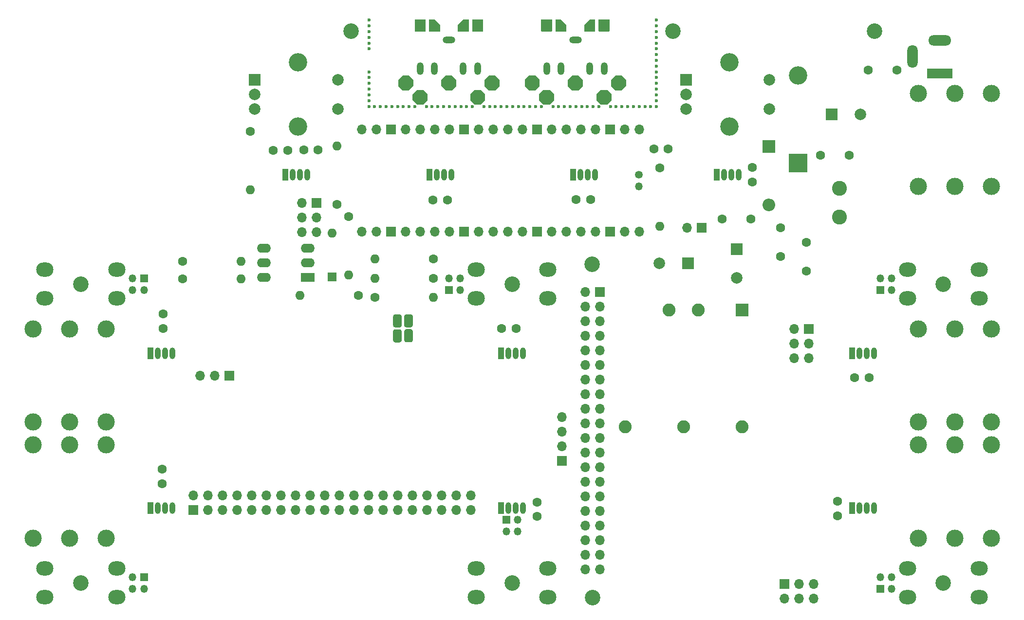
<source format=gbs>
G04 #@! TF.GenerationSoftware,KiCad,Pcbnew,7.0.5.1-1-g8f565ef7f0-dirty-deb11*
G04 #@! TF.CreationDate,2023-06-09T15:10:17+00:00*
G04 #@! TF.ProjectId,pedalboard-hw,70656461-6c62-46f6-9172-642d68772e6b,2.0.0*
G04 #@! TF.SameCoordinates,Original*
G04 #@! TF.FileFunction,Soldermask,Bot*
G04 #@! TF.FilePolarity,Negative*
%FSLAX46Y46*%
G04 Gerber Fmt 4.6, Leading zero omitted, Abs format (unit mm)*
G04 Created by KiCad (PCBNEW 7.0.5.1-1-g8f565ef7f0-dirty-deb11) date 2023-06-09 15:10:17*
%MOMM*%
%LPD*%
G01*
G04 APERTURE LIST*
%ADD10C,1.600000*%
%ADD11O,1.200000X2.200000*%
%ADD12O,2.200000X1.200000*%
%ADD13C,2.700000*%
%ADD14C,3.000000*%
%ADD15R,4.400000X1.800000*%
%ADD16O,4.000000X1.800000*%
%ADD17O,1.800000X4.000000*%
%ADD18R,1.350000X1.350000*%
%ADD19O,1.350000X1.350000*%
%ADD20O,1.600000X1.600000*%
%ADD21R,1.000000X2.000000*%
%ADD22O,1.000000X2.000000*%
%ADD23R,2.250000X2.250000*%
%ADD24C,2.250000*%
%ADD25R,1.700000X1.700000*%
%ADD26O,1.700000X1.700000*%
%ADD27C,0.600000*%
%ADD28O,3.000000X2.500000*%
%ADD29R,2.400000X1.600000*%
%ADD30O,2.400000X1.600000*%
%ADD31C,2.600000*%
%ADD32R,2.000000X2.000000*%
%ADD33C,2.000000*%
%ADD34C,3.200000*%
%ADD35R,1.600000X1.600000*%
%ADD36R,3.200000X3.200000*%
%ADD37O,3.200000X3.200000*%
%ADD38R,2.200000X2.200000*%
%ADD39O,2.200000X2.200000*%
%ADD40C,1.350000*%
G04 APERTURE END LIST*
D10*
X146800000Y-46700000D03*
X146800000Y-49200000D03*
D11*
X121000000Y-29500000D03*
X118500000Y-29500000D03*
D12*
X116000000Y-24500000D03*
D11*
X111000000Y-29500000D03*
X113500000Y-29500000D03*
D13*
X133000000Y-23000000D03*
D14*
X28050000Y-111200000D03*
X28050000Y-94970000D03*
X21700000Y-111200000D03*
X21700000Y-94970000D03*
X34400000Y-111200000D03*
X34400000Y-94970000D03*
D10*
X158637600Y-44600000D03*
X163637600Y-44600000D03*
D15*
X179400000Y-30400000D03*
D16*
X179400000Y-24600000D03*
D17*
X174600000Y-27400000D03*
D13*
X30000000Y-119000000D03*
D18*
X41000000Y-66000000D03*
D19*
X41000000Y-68000000D03*
X39000000Y-66000000D03*
X39000000Y-68000000D03*
D10*
X130700000Y-46820000D03*
D20*
X130700000Y-56980000D03*
D21*
X115600000Y-48000000D03*
D22*
X116870000Y-48000000D03*
X118140000Y-48000000D03*
X119410000Y-48000000D03*
D13*
X105000000Y-67000000D03*
X30000000Y-67000000D03*
D14*
X28085000Y-91000000D03*
X28085000Y-74770000D03*
X21735000Y-91000000D03*
X21735000Y-74770000D03*
X34435000Y-91000000D03*
X34435000Y-74770000D03*
D23*
X144960000Y-71520000D03*
D24*
X137340000Y-71520000D03*
X132260000Y-71520000D03*
X124640000Y-91840000D03*
X134800000Y-91840000D03*
X144960000Y-91840000D03*
D14*
X181950000Y-94995000D03*
X181950000Y-111225000D03*
X188300000Y-94995000D03*
X188300000Y-111225000D03*
X175600000Y-94995000D03*
X175600000Y-111225000D03*
D21*
X140600000Y-48000000D03*
D22*
X141870000Y-48000000D03*
X143140000Y-48000000D03*
X144410000Y-48000000D03*
D10*
X109310000Y-104930000D03*
X109310000Y-107430000D03*
D21*
X103100000Y-106000000D03*
D22*
X104370000Y-106000000D03*
X105640000Y-106000000D03*
X106910000Y-106000000D03*
D13*
X118980000Y-121520000D03*
D18*
X169000000Y-120000000D03*
D19*
X169000000Y-118000000D03*
X171000000Y-120000000D03*
X171000000Y-118000000D03*
D25*
X49590000Y-106320000D03*
D26*
X49590000Y-103780000D03*
X52130000Y-106320000D03*
X52130000Y-103780000D03*
X54670000Y-106320000D03*
X54670000Y-103780000D03*
X57210000Y-106320000D03*
X57210000Y-103780000D03*
X59750000Y-106320000D03*
X59750000Y-103780000D03*
X62290000Y-106320000D03*
X62290000Y-103780000D03*
X64830000Y-106320000D03*
X64830000Y-103780000D03*
X67370000Y-106320000D03*
X67370000Y-103780000D03*
X69910000Y-106320000D03*
X69910000Y-103780000D03*
X72450000Y-106320000D03*
X72450000Y-103780000D03*
X74990000Y-106320000D03*
X74990000Y-103780000D03*
X77530000Y-106320000D03*
X77530000Y-103780000D03*
X80070000Y-106320000D03*
X80070000Y-103780000D03*
X82610000Y-106320000D03*
X82610000Y-103780000D03*
X85150000Y-106320000D03*
X85150000Y-103780000D03*
X87690000Y-106320000D03*
X87690000Y-103780000D03*
X90230000Y-106320000D03*
X90230000Y-103780000D03*
X92770000Y-106320000D03*
X92770000Y-103780000D03*
X95310000Y-106320000D03*
X95310000Y-103780000D03*
X97850000Y-106320000D03*
X97850000Y-103780000D03*
D10*
X161620000Y-107300000D03*
X161620000Y-104800000D03*
D27*
X80100000Y-21075000D03*
X80100000Y-22075000D03*
X80100000Y-23075000D03*
X80100000Y-24075000D03*
X80100000Y-25075000D03*
X80100000Y-26075000D03*
X80100000Y-30075000D03*
X80100000Y-31075000D03*
X80100000Y-32075000D03*
X80100000Y-33075000D03*
X80100000Y-34075000D03*
X80100000Y-35075000D03*
X80100000Y-36075000D03*
X81100000Y-36075000D03*
X82100000Y-36075000D03*
X83100000Y-36075000D03*
X84100000Y-36075000D03*
X85100000Y-36075000D03*
X86100000Y-36075000D03*
X87100000Y-36075000D03*
X88100000Y-36075000D03*
X90100000Y-36075000D03*
X91100000Y-36075000D03*
X92100000Y-36075000D03*
X93100000Y-36075000D03*
X94100000Y-36075000D03*
X95100000Y-36075000D03*
X96100000Y-36075000D03*
X97100000Y-36075000D03*
X98100000Y-36075000D03*
X100100000Y-36075000D03*
X101100000Y-36075000D03*
X102100000Y-36075000D03*
X103100000Y-36075000D03*
X104100000Y-36075000D03*
X105100000Y-36075000D03*
X106100000Y-36075000D03*
X107100000Y-36075000D03*
X108100000Y-36075000D03*
X109100000Y-36075000D03*
X110100000Y-36075000D03*
X112100000Y-36075000D03*
X113100000Y-36075000D03*
X114100000Y-36075000D03*
X115100000Y-36075000D03*
X116100000Y-36075000D03*
X117100000Y-36075000D03*
X118100000Y-36075000D03*
X119100000Y-36075000D03*
X120100000Y-36075000D03*
X122100000Y-36075000D03*
X123100000Y-36075000D03*
X124100000Y-36075000D03*
X125100000Y-36075000D03*
X126100000Y-36075000D03*
X127100000Y-36075000D03*
X128100000Y-36075000D03*
X129100000Y-36075000D03*
X130100000Y-21075000D03*
X130100000Y-22075000D03*
X130100000Y-23075000D03*
X130100000Y-24075000D03*
X130100000Y-25075000D03*
X130100000Y-26075000D03*
X130100000Y-27075000D03*
X130100000Y-28075000D03*
X130100000Y-29075000D03*
X130100000Y-30075000D03*
X130100000Y-31075000D03*
X130100000Y-32075000D03*
X130100000Y-33075000D03*
X130100000Y-34075000D03*
X130100000Y-35075000D03*
X130100000Y-36075000D03*
D18*
X41000000Y-118000000D03*
D19*
X41000000Y-120000000D03*
X39000000Y-118000000D03*
X39000000Y-120000000D03*
D10*
X44155000Y-101700000D03*
X44155000Y-99200000D03*
D28*
X98750000Y-64500000D03*
X111250000Y-64500000D03*
X98750000Y-69500000D03*
X111250000Y-69500000D03*
D21*
X42100000Y-79000000D03*
D22*
X43370000Y-79000000D03*
X44640000Y-79000000D03*
X45910000Y-79000000D03*
D18*
X94000000Y-68000000D03*
D19*
X94000000Y-66000000D03*
X96000000Y-68000000D03*
X96000000Y-66000000D03*
D10*
X74575000Y-53105000D03*
D20*
X74575000Y-42945000D03*
D29*
X69475000Y-65800000D03*
D30*
X69475000Y-63260000D03*
X69475000Y-60720000D03*
X61855000Y-60720000D03*
X61855000Y-63260000D03*
X61855000Y-65800000D03*
D13*
X77000000Y-23000000D03*
D31*
X161900000Y-50300000D03*
X161900000Y-55300000D03*
D14*
X181965000Y-33800000D03*
X181965000Y-50030000D03*
X188315000Y-33800000D03*
X188315000Y-50030000D03*
X175615000Y-33800000D03*
X175615000Y-50030000D03*
D10*
X63475000Y-43700000D03*
X65975000Y-43700000D03*
G36*
X107946312Y-33285921D02*
G01*
X107214079Y-32553688D01*
X107199200Y-32517767D01*
X107199200Y-31482233D01*
X107214079Y-31446312D01*
X107946312Y-30714079D01*
X107982233Y-30699200D01*
X109017767Y-30699200D01*
X109053688Y-30714079D01*
X109785921Y-31446312D01*
X109800800Y-31482233D01*
X109800800Y-32517767D01*
X109785921Y-32553688D01*
X109053688Y-33285921D01*
X109017767Y-33300800D01*
X107982233Y-33300800D01*
X107946312Y-33285921D01*
G37*
G36*
X117285921Y-32553688D02*
G01*
X116553688Y-33285921D01*
X116517767Y-33300800D01*
X115482233Y-33300800D01*
X115446312Y-33285921D01*
X114714079Y-32553688D01*
X114699200Y-32517767D01*
X114699200Y-31482233D01*
X114714079Y-31446312D01*
X115446312Y-30714079D01*
X115482233Y-30699200D01*
X116517767Y-30699200D01*
X116553688Y-30714079D01*
X117285921Y-31446312D01*
X117300800Y-31482233D01*
X117300800Y-32517767D01*
X117285921Y-32553688D01*
G37*
G36*
X122946312Y-33285921D02*
G01*
X122214079Y-32553688D01*
X122199200Y-32517767D01*
X122199200Y-31482233D01*
X122214079Y-31446312D01*
X122946312Y-30714079D01*
X122982233Y-30699200D01*
X124017767Y-30699200D01*
X124053688Y-30714079D01*
X124785921Y-31446312D01*
X124800800Y-31482233D01*
X124800800Y-32517767D01*
X124785921Y-32553688D01*
X124053688Y-33285921D01*
X124017767Y-33300800D01*
X122982233Y-33300800D01*
X122946312Y-33285921D01*
G37*
G36*
X110446312Y-35785921D02*
G01*
X109714079Y-35053688D01*
X109699200Y-35017767D01*
X109699200Y-33982233D01*
X109714079Y-33946312D01*
X110446312Y-33214079D01*
X110482233Y-33199200D01*
X111517767Y-33199200D01*
X111553688Y-33214079D01*
X112285921Y-33946312D01*
X112300800Y-33982233D01*
X112300800Y-35017767D01*
X112285921Y-35053688D01*
X111553688Y-35785921D01*
X111517767Y-35800800D01*
X110482233Y-35800800D01*
X110446312Y-35785921D01*
G37*
G36*
X120446312Y-35785921D02*
G01*
X119714079Y-35053688D01*
X119699200Y-35017767D01*
X119699200Y-33982233D01*
X119714079Y-33946312D01*
X120446312Y-33214079D01*
X120482233Y-33199200D01*
X121517767Y-33199200D01*
X121553688Y-33214079D01*
X122285921Y-33946312D01*
X122300800Y-33982233D01*
X122300800Y-35017767D01*
X122285921Y-35053688D01*
X121553688Y-35785921D01*
X121517767Y-35800800D01*
X120482233Y-35800800D01*
X120446312Y-35785921D01*
G37*
G36*
X117564079Y-23035921D02*
G01*
X117549200Y-23000000D01*
X117549200Y-21900000D01*
X117564079Y-21864079D01*
X118464079Y-20964079D01*
X118500000Y-20949200D01*
X119400000Y-20949200D01*
X119435921Y-20964079D01*
X119450800Y-21000000D01*
X119450800Y-23000000D01*
X119435921Y-23035921D01*
X119400000Y-23050800D01*
X117600000Y-23050800D01*
X117564079Y-23035921D01*
G37*
G36*
G01*
X121950800Y-21000000D02*
X121950800Y-23000000D01*
G75*
G02*
X121900000Y-23050800I-50800J0D01*
G01*
X120100000Y-23050800D01*
G75*
G02*
X120049200Y-23000000I0J50800D01*
G01*
X120049200Y-21000000D01*
G75*
G02*
X120100000Y-20949200I50800J0D01*
G01*
X121900000Y-20949200D01*
G75*
G02*
X121950800Y-21000000I0J-50800D01*
G01*
G37*
G36*
G01*
X111950800Y-21000000D02*
X111950800Y-23000000D01*
G75*
G02*
X111900000Y-23050800I-50800J0D01*
G01*
X110100000Y-23050800D01*
G75*
G02*
X110049200Y-23000000I0J50800D01*
G01*
X110049200Y-21000000D01*
G75*
G02*
X110100000Y-20949200I50800J0D01*
G01*
X111900000Y-20949200D01*
G75*
G02*
X111950800Y-21000000I0J-50800D01*
G01*
G37*
G36*
X112564079Y-23035921D02*
G01*
X112549200Y-23000000D01*
X112549200Y-21000000D01*
X112564079Y-20964079D01*
X112600000Y-20949200D01*
X113500000Y-20949200D01*
X113535921Y-20964079D01*
X114435921Y-21864079D01*
X114450800Y-21900000D01*
X114450800Y-23000000D01*
X114435921Y-23035921D01*
X114400000Y-23050800D01*
X112600000Y-23050800D01*
X112564079Y-23035921D01*
G37*
D21*
X90600000Y-48000000D03*
D22*
X91870000Y-48000000D03*
X93140000Y-48000000D03*
X94410000Y-48000000D03*
D32*
X60250000Y-31500000D03*
D33*
X60250000Y-36500000D03*
X60250000Y-34000000D03*
D34*
X67750000Y-28400000D03*
X67750000Y-39600000D03*
D33*
X74750000Y-36500000D03*
X74750000Y-31500000D03*
D10*
X68750000Y-43675000D03*
X71250000Y-43675000D03*
X164570000Y-83300000D03*
X167070000Y-83300000D03*
D32*
X144100000Y-60932323D03*
D33*
X144100000Y-65932323D03*
D18*
X169000000Y-68000000D03*
D19*
X169000000Y-66000000D03*
X171000000Y-68000000D03*
X171000000Y-66000000D03*
D13*
X180000000Y-67000000D03*
D10*
X78280000Y-68980000D03*
D20*
X68120000Y-68980000D03*
D32*
X135600000Y-63400000D03*
D33*
X130600000Y-63400000D03*
D21*
X65600000Y-48000000D03*
D22*
X66870000Y-48000000D03*
X68140000Y-48000000D03*
X69410000Y-48000000D03*
D10*
X91250000Y-52400000D03*
X93750000Y-52400000D03*
D14*
X181950000Y-74780000D03*
X181950000Y-91010000D03*
X188300000Y-74780000D03*
X188300000Y-91010000D03*
X175600000Y-74780000D03*
X175600000Y-91010000D03*
D13*
X105000000Y-119000000D03*
D28*
X23750000Y-64500000D03*
X36250000Y-64500000D03*
X23750000Y-69500000D03*
X36250000Y-69500000D03*
D10*
X129650000Y-43470000D03*
X132150000Y-43470000D03*
X47695000Y-63050000D03*
D20*
X57855000Y-63050000D03*
D32*
X160532323Y-37500000D03*
D33*
X165532323Y-37500000D03*
D18*
X104000000Y-108000000D03*
D19*
X106000000Y-108000000D03*
X104000000Y-110000000D03*
X106000000Y-110000000D03*
D21*
X164100000Y-79000000D03*
D22*
X165370000Y-79000000D03*
X166640000Y-79000000D03*
X167910000Y-79000000D03*
D10*
X81190000Y-69340000D03*
D20*
X91350000Y-69340000D03*
D21*
X42100000Y-106000000D03*
D22*
X43370000Y-106000000D03*
X44640000Y-106000000D03*
X45910000Y-106000000D03*
D10*
X76600000Y-55270000D03*
D20*
X76600000Y-65430000D03*
D10*
X146500000Y-55700000D03*
X141500000Y-55700000D03*
D35*
X73700000Y-65775000D03*
D20*
X73700000Y-58155000D03*
D10*
X116150000Y-52300000D03*
X118650000Y-52300000D03*
D36*
X154700000Y-45900000D03*
D37*
X154700000Y-30660000D03*
D10*
X91280000Y-62575000D03*
D20*
X81120000Y-62575000D03*
D10*
X171900000Y-29800000D03*
X166900000Y-29800000D03*
D13*
X118900000Y-63565600D03*
D10*
X151700000Y-57200000D03*
X151700000Y-62200000D03*
D21*
X164100000Y-106000000D03*
D22*
X165370000Y-106000000D03*
X166640000Y-106000000D03*
X167910000Y-106000000D03*
D28*
X173750000Y-116500000D03*
X186250000Y-116500000D03*
X173750000Y-121500000D03*
X186250000Y-121500000D03*
D13*
X180000000Y-119000000D03*
D28*
X173750000Y-64500000D03*
X186250000Y-64500000D03*
X173750000Y-69500000D03*
X186250000Y-69500000D03*
D10*
X103200000Y-74700000D03*
X105700000Y-74700000D03*
D28*
X23750000Y-116500000D03*
X36250000Y-116500000D03*
X23750000Y-121500000D03*
X36250000Y-121500000D03*
D13*
X168000000Y-23000000D03*
D10*
X91350000Y-65980000D03*
D20*
X81190000Y-65980000D03*
D32*
X135250000Y-31500000D03*
D33*
X135250000Y-36500000D03*
X135250000Y-34000000D03*
D34*
X142750000Y-28400000D03*
X142750000Y-39600000D03*
D33*
X149750000Y-36500000D03*
X149750000Y-31500000D03*
D10*
X47695000Y-66050000D03*
D20*
X57855000Y-66050000D03*
D28*
X98750000Y-116500000D03*
X111250000Y-116500000D03*
X98750000Y-121500000D03*
X111250000Y-121500000D03*
D10*
X156200000Y-64700000D03*
X156200000Y-59700000D03*
G36*
X85951812Y-33285921D02*
G01*
X85219579Y-32553688D01*
X85204700Y-32517767D01*
X85204700Y-31482233D01*
X85219579Y-31446312D01*
X85951812Y-30714079D01*
X85987733Y-30699200D01*
X87023267Y-30699200D01*
X87059188Y-30714079D01*
X87791421Y-31446312D01*
X87806300Y-31482233D01*
X87806300Y-32517767D01*
X87791421Y-32553688D01*
X87059188Y-33285921D01*
X87023267Y-33300800D01*
X85987733Y-33300800D01*
X85951812Y-33285921D01*
G37*
G36*
X95291421Y-32553688D02*
G01*
X94559188Y-33285921D01*
X94523267Y-33300800D01*
X93487733Y-33300800D01*
X93451812Y-33285921D01*
X92719579Y-32553688D01*
X92704700Y-32517767D01*
X92704700Y-31482233D01*
X92719579Y-31446312D01*
X93451812Y-30714079D01*
X93487733Y-30699200D01*
X94523267Y-30699200D01*
X94559188Y-30714079D01*
X95291421Y-31446312D01*
X95306300Y-31482233D01*
X95306300Y-32517767D01*
X95291421Y-32553688D01*
G37*
G36*
X100951812Y-33285921D02*
G01*
X100219579Y-32553688D01*
X100204700Y-32517767D01*
X100204700Y-31482233D01*
X100219579Y-31446312D01*
X100951812Y-30714079D01*
X100987733Y-30699200D01*
X102023267Y-30699200D01*
X102059188Y-30714079D01*
X102791421Y-31446312D01*
X102806300Y-31482233D01*
X102806300Y-32517767D01*
X102791421Y-32553688D01*
X102059188Y-33285921D01*
X102023267Y-33300800D01*
X100987733Y-33300800D01*
X100951812Y-33285921D01*
G37*
G36*
X88451812Y-35785921D02*
G01*
X87719579Y-35053688D01*
X87704700Y-35017767D01*
X87704700Y-33982233D01*
X87719579Y-33946312D01*
X88451812Y-33214079D01*
X88487733Y-33199200D01*
X89523267Y-33199200D01*
X89559188Y-33214079D01*
X90291421Y-33946312D01*
X90306300Y-33982233D01*
X90306300Y-35017767D01*
X90291421Y-35053688D01*
X89559188Y-35785921D01*
X89523267Y-35800800D01*
X88487733Y-35800800D01*
X88451812Y-35785921D01*
G37*
G36*
X98451812Y-35785921D02*
G01*
X97719579Y-35053688D01*
X97704700Y-35017767D01*
X97704700Y-33982233D01*
X97719579Y-33946312D01*
X98451812Y-33214079D01*
X98487733Y-33199200D01*
X99523267Y-33199200D01*
X99559188Y-33214079D01*
X100291421Y-33946312D01*
X100306300Y-33982233D01*
X100306300Y-35017767D01*
X100291421Y-35053688D01*
X99559188Y-35785921D01*
X99523267Y-35800800D01*
X98487733Y-35800800D01*
X98451812Y-35785921D01*
G37*
G36*
X95569579Y-23035921D02*
G01*
X95554700Y-23000000D01*
X95554700Y-21900000D01*
X95569579Y-21864079D01*
X96469579Y-20964079D01*
X96505500Y-20949200D01*
X97405500Y-20949200D01*
X97441421Y-20964079D01*
X97456300Y-21000000D01*
X97456300Y-23000000D01*
X97441421Y-23035921D01*
X97405500Y-23050800D01*
X95605500Y-23050800D01*
X95569579Y-23035921D01*
G37*
G36*
G01*
X99956300Y-21000000D02*
X99956300Y-23000000D01*
G75*
G02*
X99905500Y-23050800I-50800J0D01*
G01*
X98105500Y-23050800D01*
G75*
G02*
X98054700Y-23000000I0J50800D01*
G01*
X98054700Y-21000000D01*
G75*
G02*
X98105500Y-20949200I50800J0D01*
G01*
X99905500Y-20949200D01*
G75*
G02*
X99956300Y-21000000I0J-50800D01*
G01*
G37*
G36*
G01*
X89956300Y-21000000D02*
X89956300Y-23000000D01*
G75*
G02*
X89905500Y-23050800I-50800J0D01*
G01*
X88105500Y-23050800D01*
G75*
G02*
X88054700Y-23000000I0J50800D01*
G01*
X88054700Y-21000000D01*
G75*
G02*
X88105500Y-20949200I50800J0D01*
G01*
X89905500Y-20949200D01*
G75*
G02*
X89956300Y-21000000I0J-50800D01*
G01*
G37*
G36*
X90569579Y-23035921D02*
G01*
X90554700Y-23000000D01*
X90554700Y-21000000D01*
X90569579Y-20964079D01*
X90605500Y-20949200D01*
X91505500Y-20949200D01*
X91541421Y-20964079D01*
X92441421Y-21864079D01*
X92456300Y-21900000D01*
X92456300Y-23000000D01*
X92441421Y-23035921D01*
X92405500Y-23050800D01*
X90605500Y-23050800D01*
X90569579Y-23035921D01*
G37*
X44355000Y-72200000D03*
X44355000Y-74700000D03*
D38*
X149606000Y-43078400D03*
D39*
X149606000Y-53238400D03*
D21*
X103100000Y-79000000D03*
D22*
X104370000Y-79000000D03*
X105640000Y-79000000D03*
X106910000Y-79000000D03*
D10*
X59500000Y-40445000D03*
D20*
X59500000Y-50605000D03*
D11*
X99000000Y-29500000D03*
X96500000Y-29500000D03*
D12*
X94000000Y-24500000D03*
D11*
X89000000Y-29500000D03*
X91500000Y-29500000D03*
D25*
X113625000Y-97780000D03*
D26*
X113625000Y-95240000D03*
X113625000Y-92700000D03*
X113625000Y-90160000D03*
G36*
G01*
X85441000Y-77143000D02*
X84679000Y-77143000D01*
G75*
G02*
X84298000Y-76762000I0J381000D01*
G01*
X84298000Y-75238000D01*
G75*
G02*
X84679000Y-74857000I381000J0D01*
G01*
X85441000Y-74857000D01*
G75*
G02*
X85822000Y-75238000I0J-381000D01*
G01*
X85822000Y-76762000D01*
G75*
G02*
X85441000Y-77143000I-381000J0D01*
G01*
G37*
G36*
G01*
X85441000Y-74543000D02*
X84679000Y-74543000D01*
G75*
G02*
X84298000Y-74162000I0J381000D01*
G01*
X84298000Y-72638000D01*
G75*
G02*
X84679000Y-72257000I381000J0D01*
G01*
X85441000Y-72257000D01*
G75*
G02*
X85822000Y-72638000I0J-381000D01*
G01*
X85822000Y-74162000D01*
G75*
G02*
X85441000Y-74543000I-381000J0D01*
G01*
G37*
D25*
X138000000Y-57175000D03*
D26*
X135460000Y-57175000D03*
D40*
X127000000Y-48000000D03*
D19*
X127000000Y-50000000D03*
D26*
X127130000Y-57890000D03*
X124590000Y-57890000D03*
D25*
X122050000Y-57890000D03*
D26*
X119510000Y-57890000D03*
X116970000Y-57890000D03*
X114430000Y-57890000D03*
X111890000Y-57890000D03*
D25*
X109350000Y-57890000D03*
D26*
X106810000Y-57890000D03*
X104270000Y-57890000D03*
X101730000Y-57890000D03*
X99190000Y-57890000D03*
D25*
X96650000Y-57890000D03*
D26*
X94110000Y-57890000D03*
X91570000Y-57890000D03*
X89030000Y-57890000D03*
X86490000Y-57890000D03*
D25*
X83950000Y-57890000D03*
D26*
X81410000Y-57890000D03*
X78870000Y-57890000D03*
X78870000Y-40110000D03*
X81410000Y-40110000D03*
D25*
X83950000Y-40110000D03*
D26*
X86490000Y-40110000D03*
X89030000Y-40110000D03*
X91570000Y-40110000D03*
X94110000Y-40110000D03*
D25*
X96650000Y-40110000D03*
D26*
X99190000Y-40110000D03*
X101730000Y-40110000D03*
X104270000Y-40110000D03*
X106810000Y-40110000D03*
D25*
X109350000Y-40110000D03*
D26*
X111890000Y-40110000D03*
X114430000Y-40110000D03*
X116970000Y-40110000D03*
X119510000Y-40110000D03*
D25*
X122050000Y-40110000D03*
D26*
X124590000Y-40110000D03*
X127130000Y-40110000D03*
D25*
X55865000Y-82962600D03*
D26*
X53325000Y-82962600D03*
X50785000Y-82962600D03*
D25*
X120250000Y-68375600D03*
D26*
X117710000Y-68375600D03*
X120250000Y-70915600D03*
X117710000Y-70915600D03*
X120250000Y-73455600D03*
X117710000Y-73455600D03*
X120250000Y-75995600D03*
X117710000Y-75995600D03*
X120250000Y-78535600D03*
X117710000Y-78535600D03*
X120250000Y-81075600D03*
X117710000Y-81075600D03*
X120250000Y-83615600D03*
X117710000Y-83615600D03*
X120250000Y-86155600D03*
X117710000Y-86155600D03*
X120250000Y-88695600D03*
X117710000Y-88695600D03*
X120250000Y-91235600D03*
X117710000Y-91235600D03*
X120250000Y-93775600D03*
X117710000Y-93775600D03*
X120250000Y-96315600D03*
X117710000Y-96315600D03*
X120250000Y-98855600D03*
X117710000Y-98855600D03*
X120250000Y-101395600D03*
X117710000Y-101395600D03*
X120250000Y-103935600D03*
X117710000Y-103935600D03*
X120250000Y-106475600D03*
X117710000Y-106475600D03*
X120250000Y-109015600D03*
X117710000Y-109015600D03*
X120250000Y-111555600D03*
X117710000Y-111555600D03*
X120250000Y-114095600D03*
X117710000Y-114095600D03*
X120250000Y-116635600D03*
X117710000Y-116635600D03*
D25*
X156555000Y-74845600D03*
D26*
X154015000Y-74845600D03*
X156555000Y-77385600D03*
X154015000Y-77385600D03*
X156555000Y-79925600D03*
X154015000Y-79925600D03*
D25*
X152380000Y-119150600D03*
D26*
X152380000Y-121690600D03*
X154920000Y-119150600D03*
X154920000Y-121690600D03*
X157460000Y-119150600D03*
X157460000Y-121690600D03*
G36*
G01*
X87371000Y-77133000D02*
X86609000Y-77133000D01*
G75*
G02*
X86228000Y-76752000I0J381000D01*
G01*
X86228000Y-75228000D01*
G75*
G02*
X86609000Y-74847000I381000J0D01*
G01*
X87371000Y-74847000D01*
G75*
G02*
X87752000Y-75228000I0J-381000D01*
G01*
X87752000Y-76752000D01*
G75*
G02*
X87371000Y-77133000I-381000J0D01*
G01*
G37*
G36*
G01*
X87371000Y-74533000D02*
X86609000Y-74533000D01*
G75*
G02*
X86228000Y-74152000I0J381000D01*
G01*
X86228000Y-72628000D01*
G75*
G02*
X86609000Y-72247000I381000J0D01*
G01*
X87371000Y-72247000D01*
G75*
G02*
X87752000Y-72628000I0J-381000D01*
G01*
X87752000Y-74152000D01*
G75*
G02*
X87371000Y-74533000I-381000J0D01*
G01*
G37*
D25*
X71000000Y-52850000D03*
D26*
X68460000Y-52850000D03*
X71000000Y-55390000D03*
X68460000Y-55390000D03*
X71000000Y-57930000D03*
X68460000Y-57930000D03*
M02*

</source>
